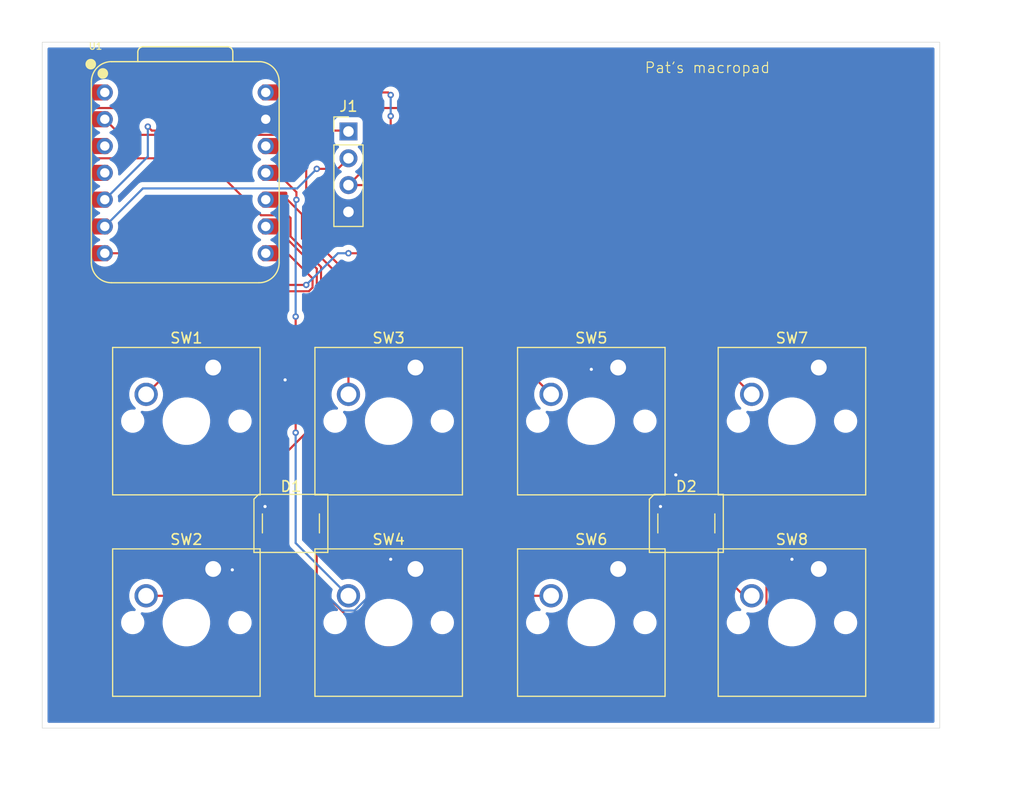
<source format=kicad_pcb>
(kicad_pcb (version 20241229) (generator "pcbnew") (generator_version "9.0")
  (layers (0 "F.Cu" signal) (2 "B.Cu" signal) (13 "F.Paste" user) (15 "B.Paste" user) (5 "F.SilkS" user "F.Silkscreen") (7 "B.SilkS" user "B.Silkscreen") (1 "F.Mask" user) (3 "B.Mask" user) (25 "Edge.Cuts" user))
  (net 0 "")
  (net 1 "Net-(D1-DOUT)")
  (net 2 "Net-(D1-DIN)")
  (net 3 "GND")
  (net 4 "+5V")
  (net 6 "oled_scl")
  (net 7 "oled_sda")
  (net 9 "Net-(U1-GPIO1{slash}RX)")
  (net 10 "Net-(U1-GPIO2{slash}SCK)")
  (net 11 "Net-(U1-GPIO4{slash}MISO)")
  (net 12 "Net-(U1-GPIO3{slash}MOSI)")
  (net 13 "Net-(U1-GPIO0{slash}TX)")
  (net 14 "Net-(U1-GPIO26{slash}ADC0{slash}A0)")
  (net 15 "Net-(U1-GPIO28{slash}ADC2{slash}A2)")
  (net 16 "Net-(U1-GPIO27{slash}ADC1{slash}A1)")
  (footprint "Button_Switch_Keyboard:SW_Cherry_MX_1.00u_PCB" (layer "F.Cu") (at 165.54 133.92)
    (property "Reference" "SW6" (at -2.54 -2.794 0) (layer "F.SilkS"))
    (property "Value" "SW_Push")
    (fp_line (start -9.525 -1.905) (end 4.445 -1.905) (stroke (width 0.12)) (layer "F.SilkS"))
    (fp_line (start -9.525 12.065) (end -9.525 -1.905) (stroke (width 0.12)) (layer "F.SilkS"))
    (fp_line (start 4.445 -1.905) (end 4.445 12.065) (stroke (width 0.12)) (layer "F.SilkS"))
    (fp_line (start 4.445 12.065) (end -9.525 12.065) (stroke (width 0.12)) (layer "F.SilkS"))
    (pad "" np_thru_hole circle (at -7.62 5.08) (size 1.7 1.7) (drill 1.7) (layers "*.Cu" "*.Mask"))
    (pad "" np_thru_hole circle (at -2.54 5.08) (size 4 4) (drill 4) (layers "*.Cu" "*.Mask"))
    (pad "" np_thru_hole circle (at 2.54 5.08) (size 1.7 1.7) (drill 1.7) (layers "*.Cu" "*.Mask"))
    (pad "1" thru_hole circle (at 0 0) (size 2.2 2.2) (drill 1.5) (layers "*.Cu" "*.Mask") (net 3 "GND"))
    (pad "2" thru_hole circle (at -6.35 2.54) (size 2.2 2.2) (drill 1.5) (layers "*.Cu" "*.Mask") (net 14 "Net-(U1-GPIO26{slash}ADC0{slash}A0)"))
  )
  (footprint "Seeed Studio XIAO Series Library:XIAO-RP2040-DIP" (layer "F.Cu") (at 124.545 96.38)
    (property "Reference" "U1" (at -8.5 -12 0) (layer "F.SilkS") (effects (font (size 0.635 0.635) (thickness 0.1016))))
    (property "Value" "XIAO-RP2040-DIP")
    (fp_line (start -8.89 8.509) (end -8.89 -8.636) (stroke (width 0.127)) (layer "F.SilkS"))
    (fp_line (start -6.985 10.414) (end 6.985 10.414) (stroke (width 0.127)) (layer "F.SilkS"))
    (fp_line (start -4.495 -10.541) (end -4.491272 -11.451272) (stroke (width 0.127)) (layer "F.SilkS"))
    (fp_line (start -3.991272 -11.951) (end 4.004 -11.951) (stroke (width 0.127)) (layer "F.SilkS"))
    (fp_line (start 4.504 -11.451) (end 4.504 -10.541) (stroke (width 0.127)) (layer "F.SilkS"))
    (fp_line (start 6.985 -10.541) (end -6.985 -10.541) (stroke (width 0.1)) (layer "F.SilkS"))
    (fp_line (start 6.985 -10.541) (end -6.985 -10.541) (stroke (width 0.127)) (layer "F.SilkS"))
    (fp_line (start 8.89 8.509) (end 8.89 -8.636) (stroke (width 0.127)) (layer "F.SilkS"))
    (fp_arc (start -8.89 -8.636) (mid -8.332038 -9.983038) (end -6.985 -10.541) (stroke (width 0.127)) (layer "F.SilkS"))
    (fp_arc (start -6.985 10.414) (mid -8.332038 9.856038) (end -8.89 8.509) (stroke (width 0.127)) (layer "F.SilkS"))
    (fp_arc (start -4.491272 -11.451272) (mid -4.344728 -11.80464) (end -3.991272 -11.951) (stroke (width 0.127)) (layer "F.SilkS"))
    (fp_arc (start 4.004 -11.951) (mid 4.357553 -11.804553) (end 4.504 -11.451) (stroke (width 0.127)) (layer "F.SilkS"))
    (fp_arc (start 6.985 -10.541) (mid 8.332038 -9.983038) (end 8.89 -8.636) (stroke (width 0.127)) (layer "F.SilkS"))
    (fp_arc (start 8.89 8.509) (mid 8.332038 9.856038) (end 6.985 10.414) (stroke (width 0.127)) (layer "F.SilkS"))
    (fp_circle (center -8.95 -10.3) (end -8.95 -10.554) (stroke (width 0.5)) (fill yes) (layer "F.SilkS"))
    (fp_circle (center -7.807 -9.42) (end -7.807 -9.674) (stroke (width 0.5)) (fill yes) (layer "F.SilkS"))
    (pad "1" smd roundrect (at -8.455 -7.62 180) (size 2.432 1.524) (layers "F.Cu" "F.Mask") (roundrect_rratio 0.1) (net 14 "Net-(U1-GPIO26{slash}ADC0{slash}A0)"))
    (pad "1" thru_hole circle (at -7.62 -7.62 180) (size 1.524 1.524) (drill 0.889) (layers "*.Cu" "*.Mask") (net 14 "Net-(U1-GPIO26{slash}ADC0{slash}A0)"))
    (pad "2" smd roundrect (at -8.455 -5.08 180) (size 2.432 1.524) (layers "F.Cu" "F.Mask") (roundrect_rratio 0.1) (net 16 "Net-(U1-GPIO27{slash}ADC1{slash}A1)"))
    (pad "2" thru_hole circle (at -7.62 -5.08 180) (size 1.524 1.524) (drill 0.889) (layers "*.Cu" "*.Mask") (net 16 "Net-(U1-GPIO27{slash}ADC1{slash}A1)"))
    (pad "3" smd roundrect (at -8.455 -2.54 180) (size 2.432 1.524) (layers "F.Cu" "F.Mask") (roundrect_rratio 0.1) (net 15 "Net-(U1-GPIO28{slash}ADC2{slash}A2)"))
    (pad "3" thru_hole circle (at -7.62 -2.54 180) (size 1.524 1.524) (drill 0.889) (layers "*.Cu" "*.Mask") (net 15 "Net-(U1-GPIO28{slash}ADC2{slash}A2)"))
    (pad "4" smd roundrect (at -8.455 0 180) (size 2.432 1.524) (layers "F.Cu" "F.Mask") (roundrect_rratio 0.1) (net 2 "Net-(D1-DIN)"))
    (pad "4" thru_hole circle (at -7.62 0 180) (size 1.524 1.524) (drill 0.889) (layers "*.Cu" "*.Mask") (net 2 "Net-(D1-DIN)"))
    (pad "5" smd roundrect (at -8.455 2.54 180) (size 2.432 1.524) (layers "F.Cu" "F.Mask") (roundrect_rratio 0.1) (net 7 "oled_sda"))
    (pad "5" thru_hole circle (at -7.62 2.54 180) (size 1.524 1.524) (drill 0.889) (layers "*.Cu" "*.Mask") (net 7 "oled_sda"))
    (pad "6" smd roundrect (at -8.455 5.08 180) (size 2.432 1.524) (layers "F.Cu" "F.Mask") (roundrect_rratio 0.1) (net 6 "oled_scl"))
    (pad "6" thru_hole circle (at -7.62 5.08 180) (size 1.524 1.524) (drill 0.889) (layers "*.Cu" "*.Mask") (net 6 "oled_scl"))
    (pad "7" smd roundrect (at -8.455 7.62 180) (size 2.432 1.524) (layers "F.Cu" "F.Mask") (roundrect_rratio 0.1) (net 13 "Net-(U1-GPIO0{slash}TX)"))
    (pad "7" thru_hole circle (at -7.62 7.62 180) (size 1.524 1.524) (drill 0.889) (layers "*.Cu" "*.Mask") (net 13 "Net-(U1-GPIO0{slash}TX)"))
    (pad "8" thru_hole circle (at 7.62 7.62) (size 1.524 1.524) (drill 0.889) (layers "*.Cu" "*.Mask") (net 9 "Net-(U1-GPIO1{slash}RX)"))
    (pad "8" smd roundrect (at 8.455 7.62) (size 2.432 1.524) (layers "F.Cu" "F.Mask") (roundrect_rratio 0.1) (net 9 "Net-(U1-GPIO1{slash}RX)"))
    (pad "9" thru_hole circle (at 7.62 5.08) (size 1.524 1.524) (drill 0.889) (layers "*.Cu" "*.Mask") (net 10 "Net-(U1-GPIO2{slash}SCK)"))
    (pad "9" smd roundrect (at 8.455 5.08) (size 2.432 1.524) (layers "F.Cu" "F.Mask") (roundrect_rratio 0.1) (net 10 "Net-(U1-GPIO2{slash}SCK)"))
    (pad "10" thru_hole circle (at 7.62 2.54) (size 1.524 1.524) (drill 0.889) (layers "*.Cu" "*.Mask") (net 11 "Net-(U1-GPIO4{slash}MISO)"))
    (pad "10" smd roundrect (at 8.455 2.54) (size 2.432 1.524) (layers "F.Cu" "F.Mask") (roundrect_rratio 0.1) (net 11 "Net-(U1-GPIO4{slash}MISO)"))
    (pad "11" thru_hole circle (at 7.62 0) (size 1.524 1.524) (drill 0.889) (layers "*.Cu" "*.Mask") (net 12 "Net-(U1-GPIO3{slash}MOSI)"))
    (pad "11" smd roundrect (at 8.455 0) (size 2.432 1.524) (layers "F.Cu" "F.Mask") (roundrect_rratio 0.1) (net 12 "Net-(U1-GPIO3{slash}MOSI)"))
    (pad "12" thru_hole circle (at 7.62 -2.54) (size 1.524 1.524) (drill 0.889) (layers "*.Cu" "*.Mask"))
    (pad "12" smd roundrect (at 8.455 -2.54) (size 2.432 1.524) (layers "F.Cu" "F.Mask") (roundrect_rratio 0.1))
    (pad "13" thru_hole circle (at 7.62 -5.08) (size 1.524 1.524) (drill 0.889) (layers "*.Cu" "*.Mask") (net 3 "GND"))
    (pad "13" smd roundrect (at 8.455 -5.08) (size 2.432 1.524) (layers "F.Cu" "F.Mask") (roundrect_rratio 0.1) (net 3 "GND"))
    (pad "14" thru_hole circle (at 7.62 -7.62) (size 1.524 1.524) (drill 0.889) (layers "*.Cu" "*.Mask") (net 4 "+5V"))
    (pad "14" smd roundrect (at 8.455 -7.62) (size 2.432 1.524) (layers "F.Cu" "F.Mask") (roundrect_rratio 0.1) (net 4 "+5V"))
  )
  (footprint "Button_Switch_Keyboard:SW_Cherry_MX_1.00u_PCB" (layer "F.Cu") (at 127.19 133.92)
    (property "Reference" "SW2" (at -2.54 -2.794 0) (layer "F.SilkS"))
    (property "Value" "SW_Push")
    (fp_line (start -9.525 -1.905) (end 4.445 -1.905) (stroke (width 0.12)) (layer "F.SilkS"))
    (fp_line (start -9.525 12.065) (end -9.525 -1.905) (stroke (width 0.12)) (layer "F.SilkS"))
    (fp_line (start 4.445 -1.905) (end 4.445 12.065) (stroke (width 0.12)) (layer "F.SilkS"))
    (fp_line (start 4.445 12.065) (end -9.525 12.065) (stroke (width 0.12)) (layer "F.SilkS"))
    (pad "" np_thru_hole circle (at -7.62 5.08) (size 1.7 1.7) (drill 1.7) (layers "*.Cu" "*.Mask"))
    (pad "" np_thru_hole circle (at -2.54 5.08) (size 4 4) (drill 4) (layers "*.Cu" "*.Mask"))
    (pad "" np_thru_hole circle (at 2.54 5.08) (size 1.7 1.7) (drill 1.7) (layers "*.Cu" "*.Mask"))
    (pad "1" thru_hole circle (at 0 0) (size 2.2 2.2) (drill 1.5) (layers "*.Cu" "*.Mask") (net 3 "GND"))
    (pad "2" thru_hole circle (at -6.35 2.54) (size 2.2 2.2) (drill 1.5) (layers "*.Cu" "*.Mask") (net 10 "Net-(U1-GPIO2{slash}SCK)"))
  )
  (footprint "Button_Switch_Keyboard:SW_Cherry_MX_1.00u_PCB" (layer "F.Cu") (at 127.19 114.83)
    (property "Reference" "SW1" (at -2.54 -2.794 0) (layer "F.SilkS"))
    (property "Value" "SW_Push")
    (fp_line (start -9.525 -1.905) (end 4.445 -1.905) (stroke (width 0.12)) (layer "F.SilkS"))
    (fp_line (start -9.525 12.065) (end -9.525 -1.905) (stroke (width 0.12)) (layer "F.SilkS"))
    (fp_line (start 4.445 -1.905) (end 4.445 12.065) (stroke (width 0.12)) (layer "F.SilkS"))
    (fp_line (start 4.445 12.065) (end -9.525 12.065) (stroke (width 0.12)) (layer "F.SilkS"))
    (pad "" np_thru_hole circle (at -7.62 5.08) (size 1.7 1.7) (drill 1.7) (layers "*.Cu" "*.Mask"))
    (pad "" np_thru_hole circle (at -2.54 5.08) (size 4 4) (drill 4) (layers "*.Cu" "*.Mask"))
    (pad "" np_thru_hole circle (at 2.54 5.08) (size 1.7 1.7) (drill 1.7) (layers "*.Cu" "*.Mask"))
    (pad "1" thru_hole circle (at 0 0) (size 2.2 2.2) (drill 1.5) (layers "*.Cu" "*.Mask") (net 3 "GND"))
    (pad "2" thru_hole circle (at -6.35 2.54) (size 2.2 2.2) (drill 1.5) (layers "*.Cu" "*.Mask") (net 9 "Net-(U1-GPIO1{slash}RX)"))
  )
  (footprint "Button_Switch_Keyboard:SW_Cherry_MX_1.00u_PCB" (layer "F.Cu") (at 146.35 114.83)
    (property "Reference" "SW3" (at -2.54 -2.794 0) (layer "F.SilkS"))
    (property "Value" "SW_Push")
    (fp_line (start -9.525 -1.905) (end 4.445 -1.905) (stroke (width 0.12)) (layer "F.SilkS"))
    (fp_line (start -9.525 12.065) (end -9.525 -1.905) (stroke (width 0.12)) (layer "F.SilkS"))
    (fp_line (start 4.445 -1.905) (end 4.445 12.065) (stroke (width 0.12)) (layer "F.SilkS"))
    (fp_line (start 4.445 12.065) (end -9.525 12.065) (stroke (width 0.12)) (layer "F.SilkS"))
    (pad "" np_thru_hole circle (at -7.62 5.08) (size 1.7 1.7) (drill 1.7) (layers "*.Cu" "*.Mask"))
    (pad "" np_thru_hole circle (at -2.54 5.08) (size 4 4) (drill 4) (layers "*.Cu" "*.Mask"))
    (pad "" np_thru_hole circle (at 2.54 5.08) (size 1.7 1.7) (drill 1.7) (layers "*.Cu" "*.Mask"))
    (pad "1" thru_hole circle (at 0 0) (size 2.2 2.2) (drill 1.5) (layers "*.Cu" "*.Mask") (net 3 "GND"))
    (pad "2" thru_hole circle (at -6.35 2.54) (size 2.2 2.2) (drill 1.5) (layers "*.Cu" "*.Mask") (net 11 "Net-(U1-GPIO4{slash}MISO)"))
  )
  (footprint "Button_Switch_Keyboard:SW_Cherry_MX_1.00u_PCB" (layer "F.Cu") (at 165.54 114.83)
    (property "Reference" "SW5" (at -2.54 -2.794 0) (layer "F.SilkS"))
    (property "Value" "SW_Push")
    (fp_line (start -9.525 -1.905) (end 4.445 -1.905) (stroke (width 0.12)) (layer "F.SilkS"))
    (fp_line (start -9.525 12.065) (end -9.525 -1.905) (stroke (width 0.12)) (layer "F.SilkS"))
    (fp_line (start 4.445 -1.905) (end 4.445 12.065) (stroke (width 0.12)) (layer "F.SilkS"))
    (fp_line (start 4.445 12.065) (end -9.525 12.065) (stroke (width 0.12)) (layer "F.SilkS"))
    (pad "" np_thru_hole circle (at -7.62 5.08) (size 1.7 1.7) (drill 1.7) (layers "*.Cu" "*.Mask"))
    (pad "" np_thru_hole circle (at -2.54 5.08) (size 4 4) (drill 4) (layers "*.Cu" "*.Mask"))
    (pad "" np_thru_hole circle (at 2.54 5.08) (size 1.7 1.7) (drill 1.7) (layers "*.Cu" "*.Mask"))
    (pad "1" thru_hole circle (at 0 0) (size 2.2 2.2) (drill 1.5) (layers "*.Cu" "*.Mask") (net 3 "GND"))
    (pad "2" thru_hole circle (at -6.35 2.54) (size 2.2 2.2) (drill 1.5) (layers "*.Cu" "*.Mask") (net 13 "Net-(U1-GPIO0{slash}TX)"))
  )
  (footprint "Connector_PinHeader_2.54mm:PinHeader_1x04_P2.54mm_Vertical" (layer "F.Cu") (at 140 92.46)
    (property "Reference" "J1" (at 0 -2.38 0) (layer "F.SilkS"))
    (property "Value" "Conn_01x04_Socket")
    (fp_line (start -1.38 -1.38) (end 0 -1.38) (stroke (width 0.12)) (layer "F.SilkS"))
    (fp_line (start -1.38 0) (end -1.38 -1.38) (stroke (width 0.12)) (layer "F.SilkS"))
    (fp_line (start -1.38 1.27) (end -1.38 9) (stroke (width 0.12)) (layer "F.SilkS"))
    (fp_line (start -1.38 1.27) (end 1.38 1.27) (stroke (width 0.12)) (layer "F.SilkS"))
    (fp_line (start -1.38 9) (end 1.38 9) (stroke (width 0.12)) (layer "F.SilkS"))
    (fp_line (start 1.38 1.27) (end 1.38 9) (stroke (width 0.12)) (layer "F.SilkS"))
    (pad "1" thru_hole rect (at 0 0) (size 1.7 1.7) (drill 1) (layers "*.Cu" "*.Mask") (net 7 "oled_sda"))
    (pad "2" thru_hole circle (at 0 2.54) (size 1.7 1.7) (drill 1) (layers "*.Cu" "*.Mask") (net 6 "oled_scl"))
    (pad "3" thru_hole circle (at 0 5.08) (size 1.7 1.7) (drill 1) (layers "*.Cu" "*.Mask") (net 4 "+5V"))
    (pad "4" thru_hole circle (at 0 7.62) (size 1.7 1.7) (drill 1) (layers "*.Cu" "*.Mask") (net 3 "GND"))
  )
  (footprint "LED_SMD:LED_SK6812_PLCC4_5.0x5.0mm_P3.2mm" (layer "F.Cu") (at 172 129.6)
    (property "Reference" "D2" (at 0 -3.5 0) (layer "F.SilkS"))
    (property "Value" "SK6812")
    (fp_line (start -3.5 -2.3) (end -3.5 2.75) (stroke (width 0.12)) (layer "F.SilkS"))
    (fp_line (start -3.05 -2.75) (end -3.5 -2.3) (stroke (width 0.12)) (layer "F.SilkS"))
    (fp_line (start -2.7 -0.9) (end -2.7 0.9) (stroke (width 0.12)) (layer "F.SilkS"))
    (fp_line (start 2.7 -0.9) (end 2.7 0.9) (stroke (width 0.12)) (layer "F.SilkS"))
    (fp_line (start 3.5 -2.75) (end -3.05 -2.75) (stroke (width 0.12)) (layer "F.SilkS"))
    (fp_line (start 3.5 2.75) (end -3.5 2.75) (stroke (width 0.12)) (layer "F.SilkS"))
    (fp_line (start 3.5 2.75) (end 3.5 -2.75) (stroke (width 0.12)) (layer "F.SilkS"))
    (pad "1" smd rect (at -2.45 -1.6 180) (size 1.5 1) (layers "F.Cu" "F.Mask" "F.Paste") (net 3 "GND"))
    (pad "2" smd rect (at -2.45 1.6 180) (size 1.5 1) (layers "F.Cu" "F.Mask" "F.Paste") (net 1 "Net-(D1-DOUT)"))
    (pad "3" smd rect (at 2.45 1.6 180) (size 1.5 1) (layers "F.Cu" "F.Mask" "F.Paste") (net 4 "+5V"))
    (pad "4" smd rect (at 2.45 -1.6 180) (size 1.5 1) (layers "F.Cu" "F.Mask" "F.Paste"))
  )
  (footprint "LED_SMD:LED_SK6812_PLCC4_5.0x5.0mm_P3.2mm" (layer "F.Cu") (at 134.55 129.6)
    (property "Reference" "D1" (at 0 -3.5 0) (layer "F.SilkS"))
    (property "Value" "SK6812")
    (fp_line (start -3.5 -2.3) (end -3.5 2.75) (stroke (width 0.12)) (layer "F.SilkS"))
    (fp_line (start -3.05 -2.75) (end -3.5 -2.3) (stroke (width 0.12)) (layer "F.SilkS"))
    (fp_line (start -2.7 -0.9) (end -2.7 0.9) (stroke (width 0.12)) (layer "F.SilkS"))
    (fp_line (start 2.7 -0.9) (end 2.7 0.9) (stroke (width 0.12)) (layer "F.SilkS"))
    (fp_line (start 3.5 -2.75) (end -3.05 -2.75) (stroke (width 0.12)) (layer "F.SilkS"))
    (fp_line (start 3.5 2.75) (end -3.5 2.75) (stroke (width 0.12)) (layer "F.SilkS"))
    (fp_line (start 3.5 2.75) (end 3.5 -2.75) (stroke (width 0.12)) (layer "F.SilkS"))
    (pad "1" smd rect (at -2.45 -1.6 180) (size 1.5 1) (layers "F.Cu" "F.Mask" "F.Paste") (net 3 "GND"))
    (pad "2" smd rect (at -2.45 1.6 180) (size 1.5 1) (layers "F.Cu" "F.Mask" "F.Paste") (net 2 "Net-(D1-DIN)"))
    (pad "3" smd rect (at 2.45 1.6 180) (size 1.5 1) (layers "F.Cu" "F.Mask" "F.Paste") (net 4 "+5V"))
    (pad "4" smd rect (at 2.45 -1.6 180) (size 1.5 1) (layers "F.Cu" "F.Mask" "F.Paste") (net 1 "Net-(D1-DOUT)"))
  )
  (footprint "Button_Switch_Keyboard:SW_Cherry_MX_1.00u_PCB" (layer "F.Cu") (at 184.54 133.92)
    (property "Reference" "SW8" (at -2.54 -2.794 0) (layer "F.SilkS"))
    (property "Value" "SW_Push")
    (fp_line (start -9.525 -1.905) (end 4.445 -1.905) (stroke (width 0.12)) (layer "F.SilkS"))
    (fp_line (start -9.525 12.065) (end -9.525 -1.905) (stroke (width 0.12)) (layer "F.SilkS"))
    (fp_line (start 4.445 -1.905) (end 4.445 12.065) (stroke (width 0.12)) (layer "F.SilkS"))
    (fp_line (start 4.445 12.065) (end -9.525 12.065) (stroke (width 0.12)) (layer "F.SilkS"))
    (pad "" np_thru_hole circle (at -7.62 5.08) (size 1.7 1.7) (drill 1.7) (layers "*.Cu" "*.Mask"))
    (pad "" np_thru_hole circle (at -2.54 5.08) (size 4 4) (drill 4) (layers "*.Cu" "*.Mask"))
    (pad "" np_thru_hole circle (at 2.54 5.08) (size 1.7 1.7) (drill 1.7) (layers "*.Cu" "*.Mask"))
    (pad "1" thru_hole circle (at 0 0) (size 2.2 2.2) (drill 1.5) (layers "*.Cu" "*.Mask") (net 3 "GND"))
    (pad "2" thru_hole circle (at -6.35 2.54) (size 2.2 2.2) (drill 1.5) (layers "*.Cu" "*.Mask") (net 16 "Net-(U1-GPIO27{slash}ADC1{slash}A1)"))
  )
  (footprint "Button_Switch_Keyboard:SW_Cherry_MX_1.00u_PCB" (layer "F.Cu") (at 184.54 114.83)
    (property "Reference" "SW7" (at -2.54 -2.794 0) (layer "F.SilkS"))
    (property "Value" "SW_Push")
    (fp_line (start -9.525 -1.905) (end 4.445 -1.905) (stroke (width 0.12)) (layer "F.SilkS"))
    (fp_line (start -9.525 12.065) (end -9.525 -1.905) (stroke (width 0.12)) (layer "F.SilkS"))
    (fp_line (start 4.445 -1.905) (end 4.445 12.065) (stroke (width 0.12)) (layer "F.SilkS"))
    (fp_line (start 4.445 12.065) (end -9.525 12.065) (stroke (width 0.12)) (layer "F.SilkS"))
    (pad "" np_thru_hole circle (at -7.62 5.08) (size 1.7 1.7) (drill 1.7) (layers "*.Cu" "*.Mask"))
    (pad "" np_thru_hole circle (at -2.54 5.08) (size 4 4) (drill 4) (layers "*.Cu" "*.Mask"))
    (pad "" np_thru_hole circle (at 2.54 5.08) (size 1.7 1.7) (drill 1.7) (layers "*.Cu" "*.Mask"))
    (pad "1" thru_hole circle (at 0 0) (size 2.2 2.2) (drill 1.5) (layers "*.Cu" "*.Mask") (net 3 "GND"))
    (pad "2" thru_hole circle (at -6.35 2.54) (size 2.2 2.2) (drill 1.5) (layers "*.Cu" "*.Mask") (net 15 "Net-(U1-GPIO28{slash}ADC2{slash}A2)"))
  )
  (footprint "Button_Switch_Keyboard:SW_Cherry_MX_1.00u_PCB" (layer "F.Cu") (at 146.35 133.92)
    (property "Reference" "SW4" (at -2.54 -2.794 0) (layer "F.SilkS"))
    (property "Value" "SW_Push")
    (fp_line (start -9.525 -1.905) (end 4.445 -1.905) (stroke (width 0.12)) (layer "F.SilkS"))
    (fp_line (start -9.525 12.065) (end -9.525 -1.905) (stroke (width 0.12)) (layer "F.SilkS"))
    (fp_line (start 4.445 -1.905) (end 4.445 12.065) (stroke (width 0.12)) (layer "F.SilkS"))
    (fp_line (start 4.445 12.065) (end -9.525 12.065) (stroke (width 0.12)) (layer "F.SilkS"))
    (pad "" np_thru_hole circle (at -7.62 5.08) (size 1.7 1.7) (drill 1.7) (layers "*.Cu" "*.Mask"))
    (pad "" np_thru_hole circle (at -2.54 5.08) (size 4 4) (drill 4) (layers "*.Cu" "*.Mask"))
    (pad "" np_thru_hole circle (at 2.54 5.08) (size 1.7 1.7) (drill 1.7) (layers "*.Cu" "*.Mask"))
    (pad "1" thru_hole circle (at 0 0) (size 2.2 2.2) (drill 1.5) (layers "*.Cu" "*.Mask") (net 3 "GND"))
    (pad "2" thru_hole circle (at -6.35 2.54) (size 2.2 2.2) (drill 1.5) (layers "*.Cu" "*.Mask") (net 12 "Net-(U1-GPIO3{slash}MOSI)"))
  )
  (gr_rect (start 111 84) (end 196 149) (stroke (width 0.05)) (fill no) (layer "Edge.Cuts"))
  (gr_text "Pat's macropad" (at 168 87 0) (layer "F.SilkS") (effects (font (size 1 1) (thickness 0.1)) (justify left bottom)))
  (segment (start 140.2 131.2) (end 137 128) (width 0.2) (layer "F.Cu") (net 1))
  (segment (start 169.55 131.2) (end 140.2 131.2) (width 0.2) (layer "F.Cu") (net 1))
  (segment (start 113 125) (end 113 97) (width 0.2) (layer "F.Cu") (net 2))
  (segment (start 113 97) (end 113.62 96.38) (width 0.2) (layer "F.Cu") (net 2))
  (segment (start 119.2 131.2) (end 113 125) (width 0.2) (layer "F.Cu") (net 2))
  (segment (start 132.1 131.2) (end 119.2 131.2) (width 0.2) (layer "F.Cu") (net 2))
  (segment (start 113.62 96.38) (end 116.09 96.38) (width 0.2) (layer "F.Cu") (net 2))
  (segment (start 165.54 114.83) (end 163.17 114.83) (width 0.2) (layer "F.Cu") (net 3))
  (segment (start 184.54 114.83) (end 184.54 130.46) (width 0.2) (layer "F.Cu") (net 3))
  (segment (start 184.54 130.46) (end 182 133) (width 0.2) (layer "F.Cu") (net 3))
  (segment (start 145.43 133) (end 144 133) (width 0.2) (layer "F.Cu") (net 3))
  (segment (start 171 120.29) (end 171 125) (width 0.2) (layer "F.Cu") (net 3))
  (segment (start 127.19 114.83) (end 132.1 119.74) (width 0.2) (layer "F.Cu") (net 3))
  (segment (start 165.54 114.83) (end 171 120.29) (width 0.2) (layer "F.Cu") (net 3))
  (segment (start 134 117.84) (end 134 116) (width 0.2) (layer "F.Cu") (net 3))
  (segment (start 146.35 133.92) (end 145.43 133) (width 0.2) (layer "F.Cu") (net 3))
  (segment (start 184.54 133.92) (end 182.92 133.92) (width 0.2) (layer "F.Cu") (net 3))
  (segment (start 132.1 119.74) (end 134 117.84) (width 0.2) (layer "F.Cu") (net 3))
  (segment (start 182.92 133.92) (end 182 133) (width 0.2) (layer "F.Cu") (net 3))
  (segment (start 163.17 114.83) (end 163 115) (width 0.2) (layer "F.Cu") (net 3))
  (segment (start 128.92 133.92) (end 129 134) (width 0.2) (layer "F.Cu") (net 3))
  (segment (start 127.19 133.92) (end 128.92 133.92) (width 0.2) (layer "F.Cu") (net 3))
  (segment (start 132.1 119.74) (end 132.1 128) (width 0.2) (layer "F.Cu") (net 3))
  (via (at 163 115) (size 0.6) (drill 0.3) (layers "F.Cu" "B.Cu") (net 3))
  (via (at 134 116) (size 0.6) (drill 0.3) (layers "F.Cu" "B.Cu") (net 3))
  (via (at 129 134) (size 0.6) (drill 0.3) (layers "F.Cu" "B.Cu") (net 3))
  (via (at 171 125) (size 0.6) (drill 0.3) (layers "F.Cu" "B.Cu") (net 3))
  (via (at 169.55 128) (size 0.6) (drill 0.3) (layers "F.Cu" "B.Cu") (net 3))
  (via (at 182 133) (size 0.6) (drill 0.3) (layers "F.Cu" "B.Cu") (net 3))
  (via (at 132.1 128) (size 0.6) (drill 0.3) (layers "F.Cu" "B.Cu") (net 3))
  (via (at 144 133) (size 0.6) (drill 0.3) (layers "F.Cu" "B.Cu") (net 3))
  (segment (start 134.279343 132.720657) (end 132.1 130.541314) (width 0.2) (layer "B.Cu") (net 3))
  (segment (start 134 116) (end 135.17 114.83) (width 0.2) (layer "B.Cu") (net 3))
  (segment (start 140.580314 137.861) (end 139.419686 137.861) (width 0.2) (layer "B.Cu") (net 3))
  (segment (start 182 133) (end 174.55 133) (width 0.2) (layer "B.Cu") (net 3))
  (segment (start 162.83 114.83) (end 146.35 114.83) (width 0.2) (layer "B.Cu") (net 3))
  (segment (start 171 125) (end 169.55 126.45) (width 0.2) (layer "B.Cu") (net 3))
  (segment (start 174.55 133) (end 169.55 128) (width 0.2) (layer "B.Cu") (net 3))
  (segment (start 144 133) (end 144 134.441314) (width 0.2) (layer "B.Cu") (net 3))
  (segment (start 129 134) (end 130.279343 132.720657) (width 0.2) (layer "B.Cu") (net 3))
  (segment (start 132.1 130.541314) (end 132.1 128) (width 0.2) (layer "B.Cu") (net 3))
  (segment (start 130.279343 132.720657) (end 134.279343 132.720657) (width 0.2) (layer "B.Cu") (net 3))
  (segment (start 139.419686 137.861) (end 134.279343 132.720657) (width 0.2) (layer "B.Cu") (net 3))
  (segment (start 169.55 126.45) (end 169.55 128) (width 0.2) (layer "B.Cu") (net 3))
  (segment (start 144 134.441314) (end 140.580314 137.861) (width 0.2) (layer "B.Cu") (net 3))
  (segment (start 135.17 114.83) (end 146.35 114.83) (width 0.2) (layer "B.Cu") (net 3))
  (segment (start 163 115) (end 162.83 114.83) (width 0.2) (layer "B.Cu") (net 3))
  (segment (start 176.324184 141.351) (end 179.591 138.084184) (width 0.2) (layer "F.Cu") (net 4))
  (segment (start 143.954816 97.54) (end 140 97.54) (width 0.2) (layer "F.Cu") (net 4))
  (segment (start 165.351 118.936184) (end 143.954816 97.54) (width 0.2) (layer "F.Cu") (net 4))
  (segment (start 142.836184 141.351) (end 176.324184 141.351) (width 0.2) (layer "F.Cu") (net 4))
  (segment (start 143.76 88.76) (end 133 88.76) (width 0.2) (layer "F.Cu") (net 4))
  (segment (start 174.45 131.2) (end 165.351 122.101) (width 0.2) (layer "F.Cu") (net 4))
  (segment (start 137 131.2) (end 137 135.514816) (width 0.2) (layer "F.Cu") (net 4))
  (segment (start 144 89) (end 143.76 88.76) (width 0.2) (layer "F.Cu") (net 4))
  (segment (start 165.351 122.101) (end 165.351 118.936184) (width 0.2) (layer "F.Cu") (net 4))
  (segment (start 144 93.54) (end 144 91) (width 0.2) (layer "F.Cu") (net 4))
  (segment (start 140 97.54) (end 144 93.54) (width 0.2) (layer "F.Cu") (net 4))
  (segment (start 179.591 138.084184) (end 179.591 135.391) (width 0.2) (layer "F.Cu") (net 4))
  (segment (start 137 135.514816) (end 142.836184 141.351) (width 0.2) (layer "F.Cu") (net 4))
  (segment (start 175.4 131.2) (end 174.45 131.2) (width 0.2) (layer "F.Cu") (net 4))
  (segment (start 179.591 135.391) (end 175.4 131.2) (width 0.2) (layer "F.Cu") (net 4))
  (via (at 144 89) (size 0.6) (drill 0.3) (layers "F.Cu" "B.Cu") (net 4))
  (via (at 144 91) (size 0.6) (drill 0.3) (layers "F.Cu" "B.Cu") (net 4))
  (segment (start 144 91) (end 144 89) (width 0.2) (layer "B.Cu") (net 4))
  (segment (start 140 95) (end 139 96) (width 0.2) (layer "F.Cu") (net 6))
  (segment (start 139 96) (end 137 96) (width 0.2) (layer "F.Cu") (net 6))
  (via (at 137 96) (size 0.6) (drill 0.3) (layers "F.Cu" "B.Cu") (net 6))
  (segment (start 120.528 97.857) (end 116.925 101.46) (width 0.2) (layer "B.Cu") (net 6))
  (segment (start 137 96) (end 135.143 97.857) (width 0.2) (layer "B.Cu") (net 6))
  (segment (start 135.143 97.857) (end 120.528 97.857) (width 0.2) (layer "B.Cu") (net 6))
  (segment (start 121.376 92.376) (end 121 92) (width 0.2) (layer "F.Cu") (net 7))
  (segment (start 140 92.46) (end 139.916 92.376) (width 0.2) (layer "F.Cu") (net 7))
  (segment (start 139.916 92.376) (end 121.376 92.376) (width 0.2) (layer "F.Cu") (net 7))
  (via (at 121 92) (size 0.6) (drill 0.3) (layers "F.Cu" "B.Cu") (net 7))
  (segment (start 121 92) (end 121 94.845) (width 0.2) (layer "B.Cu") (net 7))
  (segment (start 121 94.845) (end 116.925 98.92) (width 0.2) (layer "B.Cu") (net 7))
  (segment (start 136.248943 107.601) (end 136.601 107.248943) (width 0.2) (layer "F.Cu") (net 9))
  (segment (start 136.601 106.385) (end 134.216 104) (width 0.2) (layer "F.Cu") (net 9))
  (segment (start 120.84 117.37) (end 130.609 107.601) (width 0.2) (layer "F.Cu") (net 9))
  (segment (start 134.216 104) (end 133 104) (width 0.2) (layer "F.Cu") (net 9))
  (segment (start 136.601 107.248943) (end 136.601 106.385) (width 0.2) (layer "F.Cu") (net 9))
  (segment (start 130.609 107.601) (end 136.248943 107.601) (width 0.2) (layer "F.Cu") (net 9))
  (segment (start 137.002 105.462) (end 137.002 119.998) (width 0.2) (layer "F.Cu") (net 10))
  (segment (start 133.151 123.849) (end 133.151 132.001) (width 0.2) (layer "F.Cu") (net 10))
  (segment (start 133.151 132.001) (end 128.692 136.46) (width 0.2) (layer "F.Cu") (net 10))
  (segment (start 128.692 136.46) (end 120.84 136.46) (width 0.2) (layer "F.Cu") (net 10))
  (segment (start 133 101.46) (end 137.002 105.462) (width 0.2) (layer "F.Cu") (net 10))
  (segment (start 137.002 119.998) (end 133.151 123.849) (width 0.2) (layer "F.Cu") (net 10))
  (segment (start 135.599 100.303) (end 135.599 102.599) (width 0.2) (layer "F.Cu") (net 11))
  (segment (start 135.599 102.599) (end 140 107) (width 0.2) (layer "F.Cu") (net 11))
  (segment (start 133 98.92) (end 134.216 98.92) (width 0.2) (layer "F.Cu") (net 11))
  (segment (start 140 107) (end 140 117.37) (width 0.2) (layer "F.Cu") (net 11))
  (segment (start 134.216 98.92) (end 135.599 100.303) (width 0.2) (layer "F.Cu") (net 11))
  (segment (start 135.072265 98.209635) (end 135.072265 98.927735) (width 0.2) (layer "F.Cu") (net 12))
  (segment (start 133.24263 96.38) (end 135.072265 98.209635) (width 0.2) (layer "F.Cu") (net 12))
  (segment (start 135 110) (end 135 121) (width 0.2) (layer "F.Cu") (net 12))
  (segment (start 132.165 96.38) (end 133.24263 96.38) (width 0.2) (layer "F.Cu") (net 12))
  (via (at 135.072265 98.927735) (size 0.6) (drill 0.3) (layers "F.Cu" "B.Cu") (net 12))
  (via (at 135 121) (size 0.6) (drill 0.3) (layers "F.Cu" "B.Cu") (net 12))
  (via (at 135 110) (size 0.6) (drill 0.3) (layers "F.Cu" "B.Cu") (net 12))
  (segment (start 135 121) (end 135 131.46) (width 0.2) (layer "B.Cu") (net 12))
  (segment (start 135.072265 98.927735) (end 135 99) (width 0.2) (layer "B.Cu") (net 12))
  (segment (start 135 99) (end 135 110) (width 0.2) (layer "B.Cu") (net 12))
  (segment (start 135 131.46) (end 140 136.46) (width 0.2) (layer "B.Cu") (net 12))
  (segment (start 125 107) (end 122 104) (width 0.2) (layer "F.Cu") (net 13))
  (segment (start 122 104) (end 116.925 104) (width 0.2) (layer "F.Cu") (net 13))
  (segment (start 136 107) (end 125 107) (width 0.2) (layer "F.Cu") (net 13))
  (segment (start 145.82 104) (end 140 104) (width 0.2) (layer "F.Cu") (net 13))
  (segment (start 159.19 117.37) (end 145.82 104) (width 0.2) (layer "F.Cu") (net 13))
  (via (at 136 107) (size 0.6) (drill 0.3) (layers "F.Cu" "B.Cu") (net 13))
  (via (at 140 104) (size 0.6) (drill 0.3) (layers "F.Cu" "B.Cu") (net 13))
  (segment (start 139 104) (end 136 107) (width 0.2) (layer "B.Cu") (net 13))
  (segment (start 140 104) (end 139 104) (width 0.2) (layer "B.Cu") (net 13))
  (segment (start 134.517 102.4099) (end 137.403 105.2959) (width 0.2) (layer "F.Cu") (net 14))
  (segment (start 114.172 94.240626) (end 114.931374 95) (width 0.2) (layer "F.Cu") (net 14))
  (segment (start 115.744274 88.76) (end 114.172 90.332274) (width 0.2) (layer "F.Cu") (net 14))
  (segment (start 134.255626 100.397) (end 134.517 100.658374) (width 0.2) (layer "F.Cu") (net 14))
  (segment (start 116.925 88.76) (end 115.744274 88.76) (width 0.2) (layer "F.Cu") (net 14))
  (segment (start 114.172 90.332274) (end 114.172 94.240626) (width 0.2) (layer "F.Cu") (net 14))
  (segment (start 137.403 105.2959) (end 137.403 125.745) (width 0.2) (layer "F.Cu") (net 14))
  (segment (start 126.32769 95) (end 131.72469 100.397) (width 0.2) (layer "F.Cu") (net 14))
  (segment (start 131.72469 100.397) (end 134.255626 100.397) (width 0.2) (layer "F.Cu") (net 14))
  (segment (start 135.949 127.199) (end 135.949 128.801) (width 0.2) (layer "F.Cu") (net 14))
  (segment (start 134.517 100.658374) (end 134.517 102.4099) (width 0.2) (layer "F.Cu") (net 14))
  (segment (start 144.8929 136.46) (end 159.19 136.46) (width 0.2) (layer "F.Cu") (net 14))
  (segment (start 114.931374 95) (end 126.32769 95) (width 0.2) (layer "F.Cu") (net 14))
  (segment (start 137.403 125.745) (end 135.949 127.199) (width 0.2) (layer "F.Cu") (net 14))
  (segment (start 137.2339 128.801) (end 144.8929 136.46) (width 0.2) (layer "F.Cu") (net 14))
  (segment (start 135.949 128.801) (end 137.2339 128.801) (width 0.2) (layer "F.Cu") (net 14))
  (segment (start 114.834374 90.237) (end 114.573 90.498374) (width 0.2) (layer "F.Cu") (net 15))
  (segment (start 114.573 92.323) (end 116.09 93.84) (width 0.2) (layer "F.Cu") (net 15))
  (segment (start 114.573 90.498374) (end 114.573 92.323) (width 0.2) (layer "F.Cu") (net 15))
  (segment (start 178.19 117.37) (end 151.057 90.237) (width 0.2) (layer "F.Cu") (net 15))
  (segment (start 151.057 90.237) (end 114.834374 90.237) (width 0.2) (layer "F.Cu") (net 15))
  (segment (start 136 93) (end 136 102) (width 0.2) (layer "F.Cu") (net 16))
  (segment (start 118.402 92.777) (end 135.777 92.777) (width 0.2) (layer "F.Cu") (net 16))
  (segment (start 135.777 92.777) (end 136 93) (width 0.2) (layer "F.Cu") (net 16))
  (segment (start 116.925 91.3) (end 118.402 92.777) (width 0.2) (layer "F.Cu") (net 16))
  (segment (start 178.19 136.46) (end 177.46 136.46) (width 0.2) (layer "F.Cu") (net 16))
  (segment (start 177.46 136.46) (end 170.601 129.601) (width 0.2) (layer "F.Cu") (net 16))
  (segment (start 136 102) (end 163.601 129.601) (width 0.2) (layer "F.Cu") (net 16))
  (segment (start 170.601 129.601) (end 163.601 129.601) (width 0.2) (layer "F.Cu") (net 16))
  (zone (net 3) (net_name "GND") (layer "B.Cu") (priority 1) (connect_pads yes (clearance 0.5)) (min_thickness 0.25) (fill yes (thermal_gap 0.5) (thermal_bridge_width 0.5) (island_removal_mode 2) (island_area_min 5))
    (polygon (pts (xy 202 80) (xy 107 80) (xy 108 155) (xy 204 153)))
  )
)
</source>
